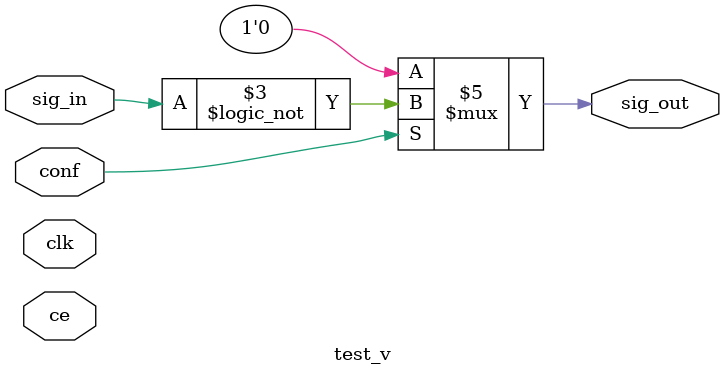
<source format=v>
module test_v (
    input clk, ce, 
    input sig_in,
    input conf,
    output reg sig_out
);

always @* begin
    if (conf==1) begin
        sig_out <= !sig_in;
    end
    else begin
        sig_out <= 0;
    end
end

// assign sig_out = sig_in;

endmodule
</source>
